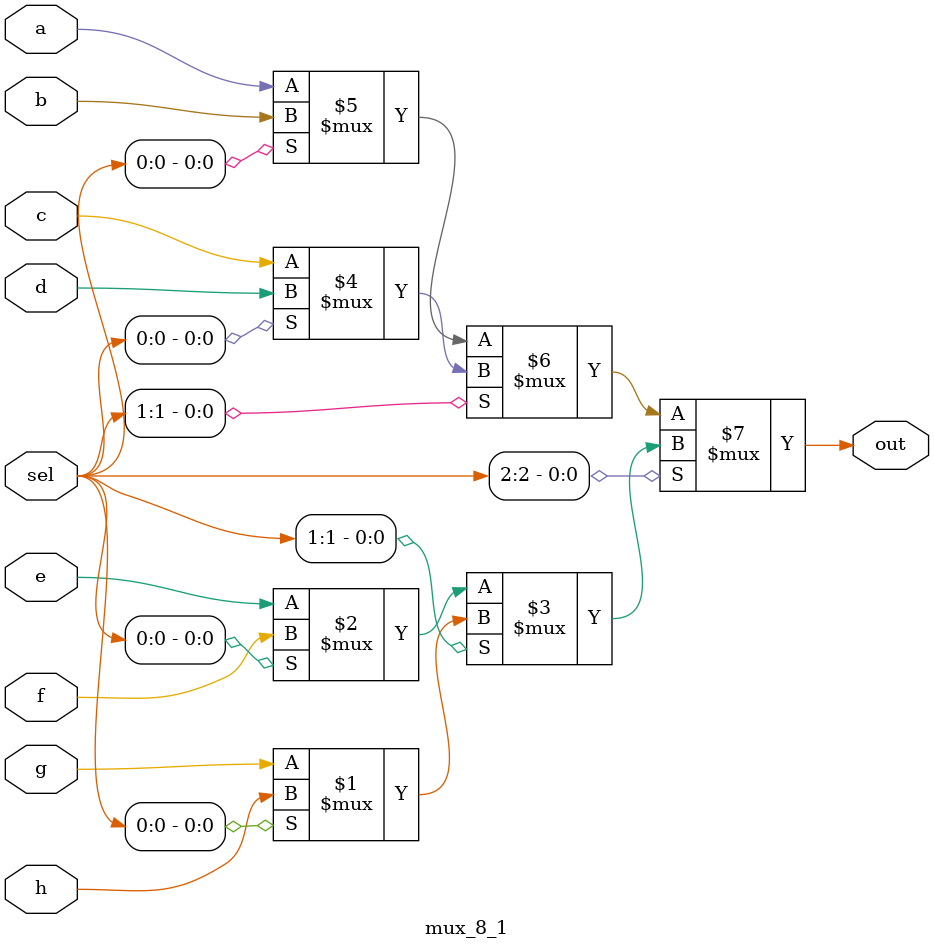
<source format=v>
`timescale 1ns / 1ps


module mux_8_1(input wire a, b, c, d, e, f, g, h, input wire [2:0] sel, output wire out);
assign out = sel[2] ? (sel[1] ? (sel[0] ? h : g) : (sel[0] ? f : e)) : (sel[1] ? (sel[0] ? d : c) : (sel[0] ? b : a));
endmodule

</source>
